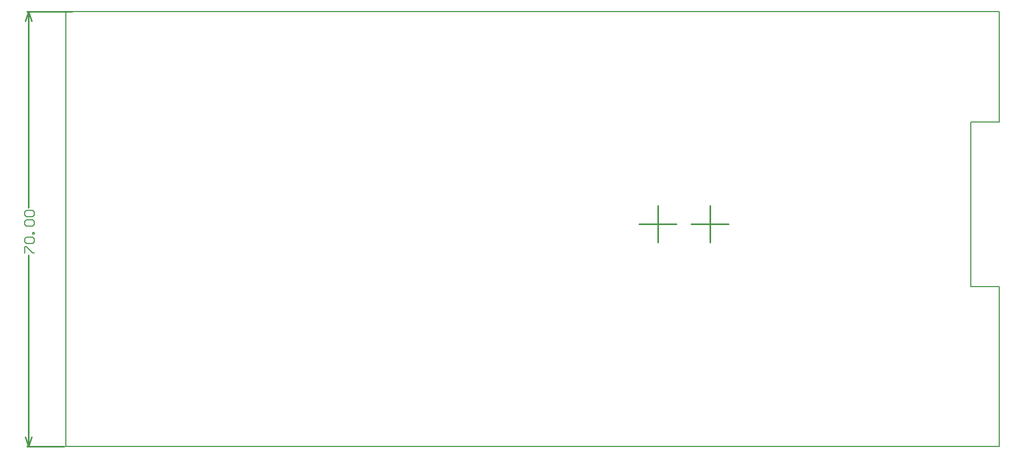
<source format=gbr>
%TF.GenerationSoftware,Altium Limited,Altium NEXUS,2.1.9 (83)*%
G04 Layer_Color=16711935*
%FSLAX44Y44*%
%MOMM*%
%TF.FileFunction,Other,Mechanical_1*%
%TF.Part,Single*%
G01*
G75*
%TA.AperFunction,NonConductor*%
%ADD54C,0.2000*%
%ADD56C,0.1524*%
%ADD59C,0.2540*%
D54*
X-0Y700000D02*
X1500000Y700000D01*
X-0Y700000D02*
X0Y0D01*
X1500000Y-0D01*
X1500000Y257500D02*
X1500000Y-0D01*
X1454000Y257500D02*
X1500000Y257500D01*
X1454000Y522000D02*
X1454000Y257500D01*
X1454000Y522000D02*
X1500000Y522000D01*
X1500000Y700000D02*
X1500000Y522000D01*
D56*
X-66094Y311657D02*
Y321814D01*
X-63554D01*
X-53398Y311657D01*
X-50858D01*
X-63554Y326892D02*
X-66094Y329431D01*
Y334510D01*
X-63554Y337049D01*
X-53398D01*
X-50858Y334510D01*
Y329431D01*
X-53398Y326892D01*
X-63554D01*
X-50858Y342127D02*
X-53398D01*
Y344666D01*
X-50858D01*
Y342127D01*
X-63554Y354823D02*
X-66094Y357362D01*
Y362441D01*
X-63554Y364980D01*
X-53398D01*
X-50858Y362441D01*
Y357362D01*
X-53398Y354823D01*
X-63554D01*
Y370058D02*
X-66094Y372597D01*
Y377676D01*
X-63554Y380215D01*
X-53398D01*
X-50858Y377676D01*
Y372597D01*
X-53398Y370058D01*
X-63554D01*
D59*
X1004847Y357871D02*
X1064847D01*
X1034847Y328026D02*
X1034847Y387716D01*
X921148Y358127D02*
X981148D01*
X951148Y328282D02*
X951148Y387972D01*
X-65080Y15240D02*
X-60000Y0D01*
X-54920Y15240D01*
X-60000Y700000D02*
X-54920Y684760D01*
X-65080D02*
X-60000Y700000D01*
Y0D02*
Y307593D01*
Y384279D02*
Y700000D01*
X-62540Y0D02*
X-2540D01*
X-62540Y700000D02*
X10000D01*
%TF.MD5,5e3626f54f1c3048f35c8f6b715172c1*%
M02*

</source>
